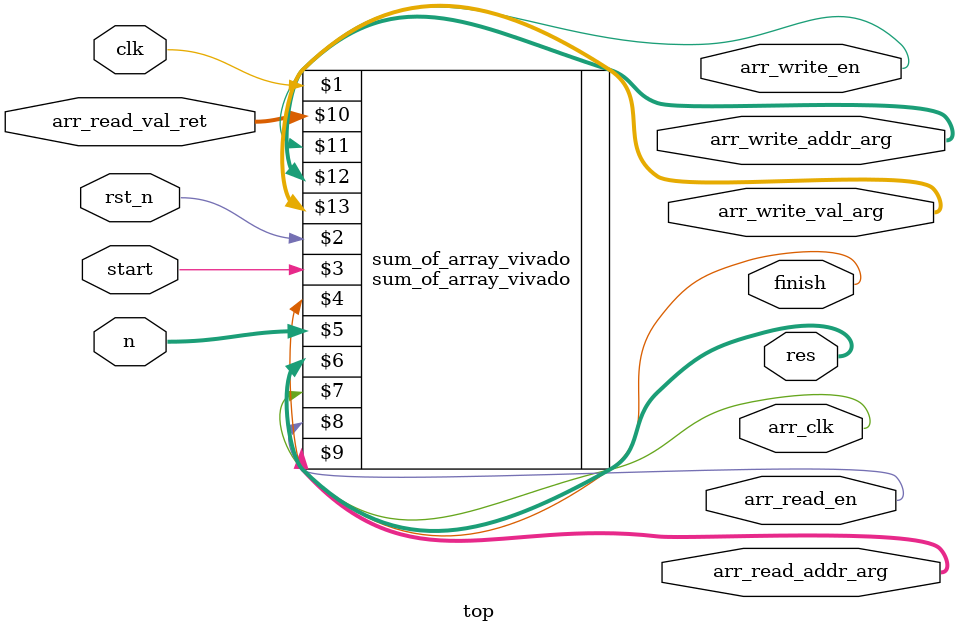
<source format=v>
module top(
    clk,
    rst_n,
    start,
    finish,
    n,
    res,
    arr_clk,
    arr_read_en,
    arr_read_addr_arg,
    arr_read_val_ret,
    arr_write_en,
    arr_write_addr_arg,
    arr_write_val_arg
);
    input clk;
    input rst_n;
    input start;
    output finish;
    input [9:0] n;
    output [31:0] res;
    output arr_clk;
    output arr_read_en;
    output [9:0] arr_read_addr_arg;
    input [31:0] arr_read_val_ret;
    output arr_write_en;
    output [9:0] arr_write_addr_arg;
    output [31:0] arr_write_val_arg;

    sum_of_array_vivado sum_of_array_vivado(clk, rst_n, start, finish, n, res, arr_clk, arr_read_en, arr_read_addr_arg, arr_read_val_ret, arr_write_en, arr_write_addr_arg, arr_write_val_arg);
endmodule
</source>
